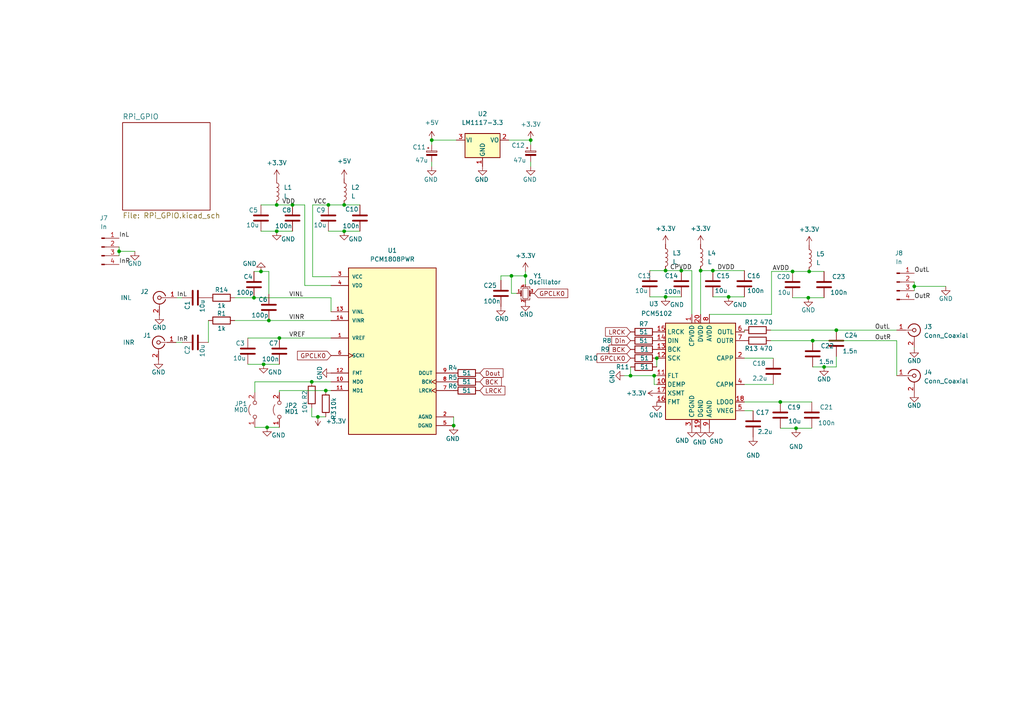
<source format=kicad_sch>
(kicad_sch (version 20211123) (generator eeschema)
  (paper "A4")
  (lib_symbols
    (symbol "Audio:PCM5102"
      (property "Reference" "U" (at -10.16 13.97 0))
      (property "Value" "PCM5102" (at 3.81 13.97 0))
      (symbol "PCM5102_0_1"
        (rectangle (start -10.16 12.7) (end 10.16 -15.24) (stroke (width 0.254)) (fill (type background)))
      )
      (symbol "PCM5102_1_1"
        (pin passive line (at -2.54 15.24 270) (length 2.54) (name "CPVDD") (number "1"))
        (pin input line (at -12.7 -5.08 0) (length 2.54) (name "DEMP") (number "10"))
        (pin input line (at -12.7 -2.54 0) (length 2.54) (name "FLT") (number "11"))
        (pin input line (at -12.7 2.54 0) (length 2.54) (name "SCK") (number "12"))
        (pin input line (at -12.7 5.08 0) (length 2.54) (name "BCK") (number "13"))
        (pin input line (at -12.7 7.62 0) (length 2.54) (name "DIN") (number "14"))
        (pin input line (at -12.7 10.16 0) (length 2.54) (name "LRCK") (number "15"))
        (pin input line (at -12.7 -10.16 0) (length 2.54) (name "FMT") (number "16"))
        (pin input line (at -12.7 -7.62 0) (length 2.54) (name "XSMT") (number "17"))
        (pin passive line (at 12.7 -10.16 180) (length 2.54) (name "LDOO") (number "18"))
        (pin power_in line (at 0 -17.78 90) (length 2.54) (name "DGND") (number "19"))
        (pin passive line (at 12.7 2.54 180) (length 2.54) (name "CAPP") (number "2"))
        (pin power_in line (at 0 15.24 270) (length 2.54) (name "DVDD") (number "20"))
        (pin power_in line (at -2.54 -17.78 90) (length 2.54) (name "CPGND") (number "3"))
        (pin passive line (at 12.7 -5.08 180) (length 2.54) (name "CAPM") (number "4"))
        (pin passive line (at 12.7 -12.7 180) (length 2.54) (name "VNEG") (number "5"))
        (pin output line (at 12.7 10.16 180) (length 2.54) (name "OUTL") (number "6"))
        (pin output line (at 12.7 7.62 180) (length 2.54) (name "OUTR") (number "7"))
        (pin power_in line (at 2.54 15.24 270) (length 2.54) (name "AVDD") (number "8"))
        (pin power_in line (at 2.54 -17.78 90) (length 2.54) (name "AGND") (number "9"))
      )
    )
    (symbol "Connector:Conn_01x04_Male" (pin_names (offset 1.016) hide)
      (property "Reference" "J" (at 0 5.08 0))
      (property "Value" "Conn_01x04_Male" (at 0 -7.62 0))
      (symbol "Conn_01x04_Male_1_1"
        (polyline (pts (xy 1.27 -5.08) (xy 0.8636 -5.08)) (stroke (width 0.1524)))
        (polyline (pts (xy 1.27 -2.54) (xy 0.8636 -2.54)) (stroke (width 0.1524)))
        (polyline (pts (xy 1.27 0) (xy 0.8636 0)) (stroke (width 0.1524)))
        (polyline (pts (xy 1.27 2.54) (xy 0.8636 2.54)) (stroke (width 0.1524)))
        (rectangle (start 0.8636 -4.953) (end 0 -5.207) (stroke (width 0.1524)) (fill (type outline)))
        (rectangle (start 0.8636 -2.413) (end 0 -2.667) (stroke (width 0.1524)) (fill (type outline)))
        (rectangle (start 0.8636 0.127) (end 0 -0.127) (stroke (width 0.1524)) (fill (type outline)))
        (rectangle (start 0.8636 2.667) (end 0 2.413) (stroke (width 0.1524)) (fill (type outline)))
        (pin passive line (at 5.08 2.54 180) (length 3.81) (name "Pin_1") (number "1"))
        (pin passive line (at 5.08 0 180) (length 3.81) (name "Pin_2") (number "2"))
        (pin passive line (at 5.08 -2.54 180) (length 3.81) (name "Pin_3") (number "3"))
        (pin passive line (at 5.08 -5.08 180) (length 3.81) (name "Pin_4") (number "4"))
      )
    )
    (symbol "Connector:Conn_Coaxial" (pin_names (offset 1.016) hide)
      (property "Reference" "J" (at 0.254 3.048 0))
      (property "Value" "Conn_Coaxial" (at 2.921 0 90))
      (symbol "Conn_Coaxial_0_1"
        (arc (start -1.778 -0.508) (mid 0.2311 -1.8066) (end 1.778 0) (stroke (width 0.254)))
        (polyline (pts (xy -2.54 0) (xy -0.508 0)))
        (polyline (pts (xy 0 -2.54) (xy 0 -1.778)))
        (circle (center 0 0) (radius 0.508) (stroke (width 0.2032)))
        (arc (start 1.778 0) (mid 0.2099 1.8101) (end -1.778 0.508) (stroke (width 0.254)))
      )
      (symbol "Conn_Coaxial_1_1"
        (pin passive line (at -5.08 0 0) (length 2.54) (name "In") (number "1"))
        (pin passive line (at 0 -5.08 90) (length 2.54) (name "Ext") (number "2"))
      )
    )
    (symbol "Device:C" (pin_numbers hide) (pin_names (offset 0.254))
      (property "Reference" "C" (at 0.635 2.54 0))
      (property "Value" "C" (at 0.635 -2.54 0))
      (symbol "C_0_1"
        (polyline (pts (xy -2.032 -0.762) (xy 2.032 -0.762)) (stroke (width 0.508)))
        (polyline (pts (xy -2.032 0.762) (xy 2.032 0.762)) (stroke (width 0.508)))
      )
      (symbol "C_1_1"
        (pin passive line (at 0 3.81 270) (length 2.794) (name "~") (number "1"))
        (pin passive line (at 0 -3.81 90) (length 2.794) (name "~") (number "2"))
      )
    )
    (symbol "Device:C_Polarized_Small" (pin_numbers hide) (pin_names (offset 0.254) hide)
      (property "Reference" "C" (at 0.254 1.778 0))
      (property "Value" "C_Polarized_Small" (at 0.254 -2.032 0))
      (symbol "C_Polarized_Small_0_1"
        (rectangle (start -1.524 -0.3048) (end 1.524 -0.6858) (fill (type outline)))
        (rectangle (start -1.524 0.6858) (end 1.524 0.3048))
        (polyline (pts (xy -1.27 1.524) (xy -0.762 1.524)))
        (polyline (pts (xy -1.016 1.27) (xy -1.016 1.778)))
      )
      (symbol "C_Polarized_Small_1_1"
        (pin passive line (at 0 2.54 270) (length 1.8542) (name "~") (number "1"))
        (pin passive line (at 0 -2.54 90) (length 1.8542) (name "~") (number "2"))
      )
    )
    (symbol "Device:Crystal_GND24_Small" (pin_names (offset 1.016) hide)
      (property "Reference" "Y" (at 1.27 4.445 0))
      (property "Value" "Crystal_GND24_Small" (at 1.27 2.54 0))
      (symbol "Crystal_GND24_Small_0_1"
        (rectangle (start -0.762 -1.524) (end 0.762 1.524))
        (polyline (pts (xy -1.27 -0.762) (xy -1.27 0.762)) (stroke (width 0.381)))
        (polyline (pts (xy 1.27 -0.762) (xy 1.27 0.762)) (stroke (width 0.381)))
        (polyline (pts (xy -1.27 -1.27) (xy -1.27 -1.905) (xy 1.27 -1.905) (xy 1.27 -1.27)))
        (polyline (pts (xy -1.27 1.27) (xy -1.27 1.905) (xy 1.27 1.905) (xy 1.27 1.27)))
      )
      (symbol "Crystal_GND24_Small_1_1"
        (pin passive line (at -2.54 0 0) (length 1.27) (name "1") (number "1"))
        (pin passive line (at 0 -2.54 90) (length 0.635) (name "2") (number "2"))
        (pin passive line (at 2.54 0 180) (length 1.27) (name "3") (number "3"))
        (pin passive line (at 0 2.54 270) (length 0.635) (name "4") (number "4"))
      )
    )
    (symbol "Device:L" (pin_numbers hide) (pin_names (offset 1.016) hide)
      (property "Reference" "L" (at -1.27 0 90))
      (property "Value" "L" (at 1.905 0 90))
      (symbol "L_0_1"
        (arc (start 0 -2.54) (mid 0.635 -1.905) (end 0 -1.27))
        (arc (start 0 -1.27) (mid 0.635 -0.635) (end 0 0))
        (arc (start 0 0) (mid 0.635 0.635) (end 0 1.27))
        (arc (start 0 1.27) (mid 0.635 1.905) (end 0 2.54))
      )
      (symbol "L_1_1"
        (pin passive line (at 0 3.81 270) (length 1.27) (name "1") (number "1"))
        (pin passive line (at 0 -3.81 90) (length 1.27) (name "2") (number "2"))
      )
    )
    (symbol "Device:R" (pin_numbers hide) (pin_names (offset 0))
      (property "Reference" "R" (at 2.032 0 90))
      (property "Value" "R" (at 0 0 90))
      (symbol "R_0_1"
        (rectangle (start -1.016 -2.54) (end 1.016 2.54) (stroke (width 0.254)))
      )
      (symbol "R_1_1"
        (pin passive line (at 0 3.81 270) (length 1.27) (name "~") (number "1"))
        (pin passive line (at 0 -3.81 90) (length 1.27) (name "~") (number "2"))
      )
    )
    (symbol "Jumper:Jumper_2_Open" (pin_names (offset 0) hide)
      (property "Reference" "JP" (at 0 2.794 0))
      (property "Value" "Jumper_2_Open" (at 0 -2.286 0))
      (symbol "Jumper_2_Open_0_0"
        (circle (center -2.032 0) (radius 0.508))
        (circle (center 2.032 0) (radius 0.508))
      )
      (symbol "Jumper_2_Open_0_1"
        (arc (start 1.524 1.27) (mid 0 1.778) (end -1.524 1.27))
      )
      (symbol "Jumper_2_Open_1_1"
        (pin passive line (at -5.08 0 0) (length 2.54) (name "A") (number "1"))
        (pin passive line (at 5.08 0 180) (length 2.54) (name "B") (number "2"))
      )
    )
    (symbol "PCM1808PWR:PCM1808PWR" (pin_names (offset 1.016))
      (property "Reference" "U" (at -12.7 24.13 0))
      (property "Value" "PCM1808PWR" (at -12.7 -27.94 0))
      (symbol "PCM1808PWR_0_0"
        (rectangle (start -12.7 -25.4) (end 12.7 22.86) (stroke (width 0.254)) (fill (type background)))
        (pin input line (at -17.78 2.54 0) (length 5.08) (name "VREF") (number "1"))
        (pin input line (at -17.78 -10.16 0) (length 5.08) (name "MD0") (number "10"))
        (pin input line (at -17.78 -12.7 0) (length 5.08) (name "MD1") (number "11"))
        (pin input line (at -17.78 -7.62 0) (length 5.08) (name "FMT") (number "12"))
        (pin input line (at -17.78 10.16 0) (length 5.08) (name "VINL") (number "13"))
        (pin input line (at -17.78 7.62 0) (length 5.08) (name "VINR") (number "14"))
        (pin power_in line (at 17.78 -20.32 180) (length 5.08) (name "AGND") (number "2"))
        (pin power_in line (at -17.78 20.32 0) (length 5.08) (name "VCC") (number "3"))
        (pin power_in line (at -17.78 17.78 0) (length 5.08) (name "VDD") (number "4"))
        (pin power_in line (at 17.78 -22.86 180) (length 5.08) (name "DGND") (number "5"))
        (pin input clock (at -17.78 -2.54 0) (length 5.08) (name "SCKI") (number "6"))
        (pin bidirectional clock (at 17.78 -12.7 180) (length 5.08) (name "LRCK") (number "7"))
        (pin bidirectional clock (at 17.78 -10.16 180) (length 5.08) (name "BCK") (number "8"))
        (pin output line (at 17.78 -7.62 180) (length 5.08) (name "DOUT") (number "9"))
      )
    )
    (symbol "Regulator_Linear:LM1117-3.3" (pin_names (offset 0.254))
      (property "Reference" "U" (at -3.81 3.175 0))
      (property "Value" "LM1117-3.3" (at 0 3.175 0))
      (symbol "LM1117-3.3_0_1"
        (rectangle (start -5.08 -5.08) (end 5.08 1.905) (stroke (width 0.254)) (fill (type background)))
      )
      (symbol "LM1117-3.3_1_1"
        (pin power_in line (at 0 -7.62 90) (length 2.54) (name "GND") (number "1"))
        (pin power_out line (at 7.62 0 180) (length 2.54) (name "VO") (number "2"))
        (pin power_in line (at -7.62 0 0) (length 2.54) (name "VI") (number "3"))
      )
    )
    (symbol "power:+3.3V" (power) (pin_names (offset 0))
      (property "Value" "+3.3V" (at 0 3.556 0))
      (symbol "+3.3V_0_1"
        (polyline (pts (xy -0.762 1.27) (xy 0 2.54)))
        (polyline (pts (xy 0 0) (xy 0 2.54)))
        (polyline (pts (xy 0 2.54) (xy 0.762 1.27)))
      )
      (symbol "+3.3V_1_1"
        (pin power_in line (at 0 0 90) (length 0) hide (name "+3.3V") (number "1"))
      )
    )
    (symbol "power:+5V" (power) (pin_names (offset 0))
      (property "Value" "+5V" (at 0 3.556 0))
      (symbol "+5V_0_1"
        (polyline (pts (xy -0.762 1.27) (xy 0 2.54)))
        (polyline (pts (xy 0 0) (xy 0 2.54)))
        (polyline (pts (xy 0 2.54) (xy 0.762 1.27)))
      )
      (symbol "+5V_1_1"
        (pin power_in line (at 0 0 90) (length 0) hide (name "+5V") (number "1"))
      )
    )
    (symbol "power:GND" (power) (pin_names (offset 0))
      (property "Value" "GND" (at 0 -3.81 0))
      (symbol "GND_0_1"
        (polyline (pts (xy 0 0) (xy 0 -1.27) (xy 1.27 -1.27) (xy 0 -2.54) (xy -1.27 -1.27) (xy 0 -1.27)))
      )
      (symbol "GND_1_1"
        (pin power_in line (at 0 0 270) (length 0) hide (name "GND") (number "1"))
      )
    )
  )
  (junction (at 153.924 40.64))
  (junction (at 230.886 124.206))
  (junction (at 211.328 86.106))
  (junction (at 125.222 40.64))
  (junction (at 193.04 86.106))
  (junction (at 90.424 110.744))
  (junction (at 190.5 103.886))
  (junction (at 152.4 80.01))
  (junction (at 94.488 113.284))
  (junction (at 92.202 120.904))
  (junction (at 189.738 108.966))
  (junction (at 235.712 98.806))
  (junction (at 73.66 86.36))
  (junction (at 77.47 123.952))
  (junction (at 84.836 59.436))
  (junction (at 80.264 67.056))
  (junction (at 34.544 72.898))
  (junction (at 229.87 78.74))
  (junction (at 206.756 78.486))
  (junction (at 197.612 78.486))
  (junction (at 76.454 105.664))
  (junction (at 81.026 98.044))
  (junction (at 99.822 59.436))
  (junction (at 131.572 123.444))
  (junction (at 193.04 78.486))
  (junction (at 265.176 83.058))
  (junction (at 148.336 80.01))
  (junction (at 80.264 59.436))
  (junction (at 99.822 67.056))
  (junction (at 242.57 95.758))
  (junction (at 239.014 106.426))
  (junction (at 234.696 78.74))
  (junction (at 234.442 86.36))
  (junction (at 182.88 108.966))
  (junction (at 95.25 59.436))
  (junction (at 75.692 78.74))
  (junction (at 77.978 92.964))
  (junction (at 226.314 116.586))
  (junction (at 203.2 78.486))
  (wire (pts (xy 96.012 80.264) (xy 90.678 80.264)))
  (wire (pts (xy 77.978 78.74) (xy 77.978 85.344)))
  (wire (pts (xy 148.336 80.01) (xy 152.4 80.01)))
  (wire (pts (xy 193.04 78.486) (xy 197.612 78.486)))
  (wire (pts (xy 215.9 116.586) (xy 226.314 116.586)))
  (wire (pts (xy 147.574 40.64) (xy 153.924 40.64)))
  (wire (pts (xy 182.88 106.426) (xy 182.88 108.966)))
  (wire (pts (xy 99.822 67.056) (xy 104.394 67.056)))
  (wire (pts (xy 90.424 120.904) (xy 92.202 120.904)))
  (wire (pts (xy 234.442 86.36) (xy 239.014 86.36)))
  (wire (pts (xy 265.176 83.058) (xy 265.176 84.328)))
  (wire (pts (xy 34.544 72.898) (xy 39.116 72.898)))
  (wire (pts (xy 73.914 123.952) (xy 77.47 123.952)))
  (wire (pts (xy 76.454 105.664) (xy 81.026 105.664)))
  (wire (pts (xy 90.424 110.744) (xy 73.914 110.744)))
  (wire (pts (xy 190.5 111.506) (xy 189.738 111.506)))
  (wire (pts (xy 95.25 59.436) (xy 99.822 59.436)))
  (wire (pts (xy 200.66 78.486) (xy 197.612 78.486)))
  (wire (pts (xy 260.096 98.806) (xy 235.712 98.806)))
  (wire (pts (xy 90.678 80.264) (xy 90.678 59.436)))
  (wire (pts (xy 206.756 78.486) (xy 215.9 78.486)))
  (wire (pts (xy 95.25 67.056) (xy 99.822 67.056)))
  (wire (pts (xy 96.012 110.744) (xy 90.424 110.744)))
  (wire (pts (xy 90.424 118.364) (xy 90.424 120.904)))
  (wire (pts (xy 203.2 78.486) (xy 206.756 78.486)))
  (wire (pts (xy 51.308 86.36) (xy 52.832 86.36)))
  (wire (pts (xy 131.572 120.904) (xy 131.572 123.444)))
  (wire (pts (xy 265.176 83.058) (xy 274.32 83.058)))
  (wire (pts (xy 73.914 110.744) (xy 73.914 113.792)))
  (wire (pts (xy 71.882 98.044) (xy 81.026 98.044)))
  (wire (pts (xy 125.222 40.64) (xy 125.222 41.91)))
  (wire (pts (xy 68.072 86.36) (xy 73.66 86.36)))
  (wire (pts (xy 152.4 78.74) (xy 152.4 80.01)))
  (wire (pts (xy 75.692 78.74) (xy 77.978 78.74)))
  (wire (pts (xy 223.52 95.758) (xy 242.57 95.758)))
  (wire (pts (xy 81.026 113.284) (xy 81.026 113.792)))
  (wire (pts (xy 73.66 86.36) (xy 96.012 86.36)))
  (wire (pts (xy 77.47 123.952) (xy 81.026 123.952)))
  (wire (pts (xy 77.978 92.964) (xy 96.012 92.964)))
  (wire (pts (xy 234.696 78.74) (xy 239.014 78.74)))
  (wire (pts (xy 265.176 81.788) (xy 265.176 83.058)))
  (wire (pts (xy 145.288 80.01) (xy 148.336 80.01)))
  (wire (pts (xy 226.314 124.206) (xy 230.886 124.206)))
  (wire (pts (xy 181.102 108.966) (xy 182.88 108.966)))
  (wire (pts (xy 99.822 59.436) (xy 104.394 59.436)))
  (wire (pts (xy 189.738 111.506) (xy 189.738 108.966)))
  (wire (pts (xy 203.2 78.486) (xy 203.2 91.186)))
  (wire (pts (xy 188.468 78.486) (xy 193.04 78.486)))
  (wire (pts (xy 148.336 85.09) (xy 148.336 80.01)))
  (wire (pts (xy 34.544 72.898) (xy 34.544 74.168)))
  (wire (pts (xy 235.712 106.426) (xy 239.014 106.426)))
  (wire (pts (xy 223.774 91.186) (xy 223.774 78.74)))
  (wire (pts (xy 96.012 86.36) (xy 96.012 90.424)))
  (wire (pts (xy 182.88 108.966) (xy 189.738 108.966)))
  (wire (pts (xy 242.57 95.758) (xy 260.096 95.758)))
  (wire (pts (xy 96.012 113.284) (xy 94.488 113.284)))
  (wire (pts (xy 205.74 91.186) (xy 223.774 91.186)))
  (wire (pts (xy 80.264 59.436) (xy 84.836 59.436)))
  (wire (pts (xy 211.328 86.106) (xy 215.9 86.106)))
  (wire (pts (xy 223.774 78.74) (xy 229.87 78.74)))
  (wire (pts (xy 206.756 86.106) (xy 211.328 86.106)))
  (wire (pts (xy 92.202 120.904) (xy 94.488 120.904)))
  (wire (pts (xy 190.5 103.886) (xy 190.5 106.426)))
  (wire (pts (xy 189.738 108.966) (xy 190.5 108.966)))
  (wire (pts (xy 149.86 85.09) (xy 148.336 85.09)))
  (wire (pts (xy 223.52 98.806) (xy 235.712 98.806)))
  (wire (pts (xy 88.392 82.804) (xy 88.392 59.436)))
  (wire (pts (xy 153.924 41.91) (xy 153.924 40.64)))
  (wire (pts (xy 188.468 86.106) (xy 193.04 86.106)))
  (wire (pts (xy 215.9 103.886) (xy 224.282 103.886)))
  (wire (pts (xy 153.924 46.99) (xy 153.924 48.26)))
  (wire (pts (xy 60.452 92.964) (xy 60.452 99.314)))
  (wire (pts (xy 80.264 67.056) (xy 84.836 67.056)))
  (wire (pts (xy 200.66 91.186) (xy 200.66 78.486)))
  (wire (pts (xy 193.04 86.106) (xy 197.612 86.106)))
  (wire (pts (xy 265.176 100.838) (xy 265.176 101.092)))
  (wire (pts (xy 94.488 113.284) (xy 81.026 113.284)))
  (wire (pts (xy 229.87 86.36) (xy 234.442 86.36)))
  (wire (pts (xy 145.288 81.28) (xy 145.288 80.01)))
  (wire (pts (xy 84.836 59.436) (xy 88.392 59.436)))
  (wire (pts (xy 230.886 124.206) (xy 235.458 124.206)))
  (wire (pts (xy 71.882 105.664) (xy 76.454 105.664)))
  (wire (pts (xy 260.096 108.966) (xy 260.096 98.806)))
  (wire (pts (xy 226.314 116.586) (xy 235.458 116.586)))
  (wire (pts (xy 215.9 95.758) (xy 215.9 96.266)))
  (wire (pts (xy 125.222 46.99) (xy 125.222 48.26)))
  (wire (pts (xy 96.012 82.804) (xy 88.392 82.804)))
  (wire (pts (xy 68.072 92.964) (xy 77.978 92.964)))
  (wire (pts (xy 229.87 78.74) (xy 234.696 78.74)))
  (wire (pts (xy 90.678 59.436) (xy 95.25 59.436)))
  (wire (pts (xy 152.4 80.01) (xy 152.4 82.55)))
  (wire (pts (xy 239.014 106.426) (xy 242.57 106.426)))
  (wire (pts (xy 73.66 78.74) (xy 75.692 78.74)))
  (wire (pts (xy 242.57 106.426) (xy 242.57 103.378)))
  (wire (pts (xy 75.692 67.056) (xy 80.264 67.056)))
  (wire (pts (xy 75.692 59.436) (xy 80.264 59.436)))
  (wire (pts (xy 81.026 98.044) (xy 96.012 98.044)))
  (wire (pts (xy 51.054 99.314) (xy 52.832 99.314)))
  (wire (pts (xy 215.9 111.506) (xy 224.282 111.506)))
  (wire (pts (xy 34.544 71.628) (xy 34.544 72.898)))
  (wire (pts (xy 125.222 40.64) (xy 132.334 40.64)))
  (wire (pts (xy 215.9 119.126) (xy 218.44 119.126)))
  (label "VCC" (at 90.932 59.436 0))
  (label "VREF" (at 83.82 98.044 0))
  (label "OutR" (at 253.746 98.806 0))
  (label "InR" (at 51.308 99.314 0))
  (label "InR" (at 34.544 76.708 0))
  (label "CPVDD" (at 194.31 78.486 0))
  (label "InL" (at 34.544 69.088 0))
  (label "OutL" (at 265.176 79.248 0))
  (label "VINL" (at 83.82 86.36 0))
  (label "DVDD" (at 208.026 78.486 0))
  (label "VINR" (at 83.82 92.964 0))
  (label "InL" (at 51.308 86.36 0))
  (label "OutR" (at 265.176 86.868 0))
  (label "VDD" (at 81.788 59.436 0))
  (label "OutL" (at 253.746 95.758 0))
  (label "AVDD" (at 224.028 78.74 0))
  (global_label "BCK" (shape input) (at 182.88 101.346 180) (property "Intersheet References" "${INTERSHEET_REFS}" (effects hide)))
  (global_label "Dout" (shape input) (at 139.192 108.204 0) (property "Intersheet References" "${INTERSHEET_REFS}" (effects hide)))
  (global_label "GPCLK0" (shape input) (at 154.94 85.09 0) (property "Intersheet References" "${INTERSHEET_REFS}" (effects hide)))
  (global_label "GPCLK0" (shape input) (at 182.88 103.886 180) (property "Intersheet References" "${INTERSHEET_REFS}" (effects hide)))
  (global_label "Din" (shape input) (at 182.88 98.806 180) (property "Intersheet References" "${INTERSHEET_REFS}" (effects hide)))
  (global_label "LRCK" (shape input) (at 182.88 96.266 180) (property "Intersheet References" "${INTERSHEET_REFS}" (effects hide)))
  (global_label "GPCLK0" (shape input) (at 96.012 103.124 180) (property "Intersheet References" "${INTERSHEET_REFS}" (effects hide)))
  (global_label "LRCK" (shape input) (at 139.192 113.284 0) (property "Intersheet References" "${INTERSHEET_REFS}" (effects hide)))
  (global_label "BCK" (shape input) (at 139.192 110.744 0) (property "Intersheet References" "${INTERSHEET_REFS}" (effects hide)))
  (symbol (lib_id "Device:C") (at 188.468 82.296 0) (unit 1)
    (property "Reference" "C13" (at 184.912 80.01 0) (effects (justify left)))
    (property "Value" "10u" (at 184.15 84.328 0) (effects (justify left)))
    (property "Footprint" "Capacitor_SMD:C_0805_2012Metric" (effects hide))
  )
  (symbol (lib_id "Device:Crystal_GND24_Small") (at 152.4 85.09 0) (unit 1)
    (property "Reference" "Y1" (at 155.956 80.01 0))
    (property "Value" "Oscillator" (at 157.988 81.788 0))
    (property "Footprint" "Crystal:Crystal_SMD_3225-4Pin_3.2x2.5mm" (effects hide))
  )
  (symbol (lib_id "Device:C") (at 73.66 82.55 0) (unit 1)
    (property "Reference" "C4" (at 70.612 80.264 0) (effects (justify left)))
    (property "Value" "100p" (at 68.58 84.836 0) (effects (justify left)))
    (property "Footprint" "Capacitor_SMD:C_0805_2012Metric" (effects hide))
  )
  (symbol (lib_id "Device:C") (at 104.394 63.246 0) (unit 1)
    (property "Reference" "C10" (at 100.076 60.706 0) (effects (justify left)))
    (property "Value" "100n" (at 99.314 65.532 0) (effects (justify left)))
    (property "Footprint" "Capacitor_SMD:C_0805_2012Metric" (effects hide))
  )
  (symbol (lib_id "Device:R") (at 219.71 98.806 90) (unit 1)
    (property "Reference" "R13" (at 217.932 101.092 90))
    (property "Value" "470" (at 222.25 101.092 90))
    (property "Footprint" "Resistor_SMD:R_0805_2012Metric" (effects hide))
  )
  (symbol (lib_id "Device:L") (at 234.696 74.93 0) (unit 1)
    (property "Reference" "L5" (at 236.728 73.6599 0) (effects (justify left)))
    (property "Value" "L" (at 236.728 76.1999 0) (effects (justify left)))
    (property "Footprint" "Resistor_SMD:R_0603_1608Metric" (effects hide))
  )
  (symbol (lib_id "Device:C") (at 75.692 63.246 0) (unit 1)
    (property "Reference" "C5" (at 72.136 60.96 0) (effects (justify left)))
    (property "Value" "10u" (at 71.374 65.278 0) (effects (justify left)))
    (property "Footprint" "Capacitor_SMD:C_0805_2012Metric" (effects hide))
  )
  (symbol (lib_id "Connector:Conn_Coaxial") (at 45.974 99.314 0) (mirror y) (unit 1)
    (property "Reference" "J1" (at 42.672 97.282 0))
    (property "Value" "INR" (at 37.338 99.314 0))
    (property "Footprint" "Connector_Coaxial:SMA_Amphenol_132134_Vertical" (effects hide))
    (property "Datasheet" " ~" (effects hide))
  )
  (symbol (lib_id "power:GND") (at 203.2 124.206 0) (unit 1)
    (property "Reference" "#PWR027" (effects hide))
    (property "Value" "GND" (at 202.946 128.27 0))
  )
  (symbol (lib_id "power:GND") (at 211.328 86.106 0) (unit 1)
    (property "Reference" "#PWR029" (effects hide))
    (property "Value" "GND" (at 214.63 88.392 0))
  )
  (symbol (lib_id "power:GND") (at 205.74 124.206 0) (unit 1)
    (property "Reference" "#PWR028" (effects hide))
    (property "Value" "GND" (at 207.772 128.016 0))
  )
  (symbol (lib_id "PCM1808PWR:PCM1808PWR") (at 113.792 100.584 0) (unit 1)
    (property "Reference" "U1" (at 113.792 72.644 0))
    (property "Value" "PCM1808PWR" (at 113.792 75.184 0))
    (property "Footprint" "Library:SOP65P640X120-14N" (effects hide))
    (property "PARTREV" "B" (effects hide))
    (property "MANUFACTURER" "Texas Instruments" (effects hide))
    (property "MAXIMUM_PACKAGE_HEIGHT" "1.2 mm" (effects hide))
    (property "STANDARD" "IPC 7351B" (effects hide))
  )
  (symbol (lib_id "Device:L") (at 80.264 55.626 0) (unit 1)
    (property "Reference" "L1" (at 82.296 54.3559 0) (effects (justify left)))
    (property "Value" "L" (at 82.296 56.8959 0) (effects (justify left)))
    (property "Footprint" "Resistor_SMD:R_0603_1608Metric" (effects hide))
  )
  (symbol (lib_id "power:GND") (at 218.44 126.746 0) (unit 1)
    (property "Reference" "#PWR030" (effects hide))
    (property "Value" "GND" (at 218.44 132.08 0))
  )
  (symbol (lib_id "Device:C") (at 229.87 82.55 0) (unit 1)
    (property "Reference" "C20" (at 225.298 80.264 0) (effects (justify left)))
    (property "Value" "10u" (at 225.552 84.836 0) (effects (justify left)))
    (property "Footprint" "Capacitor_SMD:C_0805_2012Metric" (effects hide))
  )
  (symbol (lib_id "power:GND") (at 193.04 86.106 0) (unit 1)
    (property "Reference" "#PWR024" (effects hide))
    (property "Value" "GND" (at 196.342 88.392 0))
  )
  (symbol (lib_id "power:GND") (at 234.442 86.36 0) (unit 1)
    (property "Reference" "#PWR032" (effects hide))
    (property "Value" "GND" (at 234.442 89.916 0))
  )
  (symbol (lib_id "power:GND") (at 139.954 48.26 0) (unit 1)
    (property "Reference" "#PWR015" (effects hide))
    (property "Value" "GND" (at 139.7 52.07 0))
  )
  (symbol (lib_id "Device:L") (at 203.2 74.676 0) (unit 1)
    (property "Reference" "L4" (at 205.232 73.4059 0) (effects (justify left)))
    (property "Value" "L" (at 205.232 75.9459 0) (effects (justify left)))
    (property "Footprint" "Resistor_SMD:R_0603_1608Metric" (effects hide))
  )
  (symbol (lib_id "Audio:PCM5102") (at 203.2 106.426 0) (unit 1)
    (property "Reference" "U3" (at 188.214 88.138 0) (effects (justify left)))
    (property "Value" "PCM5102" (at 185.928 90.932 0) (effects (justify left)))
    (property "Footprint" "Package_SO:TSSOP-20_4.4x6.5mm_P0.65mm" (effects hide))
    (property "Datasheet" "http://www.ti.com/lit/ds/symlink/pcm5102.pdf" (effects hide))
  )
  (symbol (lib_id "power:GND") (at 76.454 105.664 0) (unit 1)
    (property "Reference" "#PWR04" (effects hide))
    (property "Value" "GND" (at 79.756 107.95 0))
  )
  (symbol (lib_id "power:GND") (at 131.572 123.444 0) (unit 1)
    (property "Reference" "#PWR014" (effects hide))
    (property "Value" "GND" (at 131.318 127.254 0))
  )
  (symbol (lib_id "Device:C") (at 71.882 101.854 0) (unit 1)
    (property "Reference" "C3" (at 68.326 99.568 0) (effects (justify left)))
    (property "Value" "10u" (at 67.564 103.886 0) (effects (justify left)))
    (property "Footprint" "Capacitor_SMD:C_0805_2012Metric" (effects hide))
  )
  (symbol (lib_id "power:GND") (at 200.66 124.206 0) (unit 1)
    (property "Reference" "#PWR025" (effects hide))
    (property "Value" "GND" (at 197.866 127.762 0))
  )
  (symbol (lib_id "power:+5V") (at 125.222 40.64 0) (unit 1)
    (property "Reference" "#PWR012" (effects hide))
    (property "Value" "+5V" (at 125.222 35.56 0))
  )
  (symbol (lib_id "power:GND") (at 96.012 108.204 270) (unit 1)
    (property "Reference" "#PWR09" (effects hide))
    (property "Value" "GND" (at 92.71 108.204 0))
  )
  (symbol (lib_id "power:GND") (at 239.014 106.426 0) (unit 1)
    (property "Reference" "#PWR034" (effects hide))
    (property "Value" "GND" (at 239.014 109.982 0))
  )
  (symbol (lib_id "Device:R") (at 135.382 108.204 90) (unit 1)
    (property "Reference" "R4" (at 131.318 106.68 90))
    (property "Value" "51" (at 135.382 108.204 90))
    (property "Footprint" "Resistor_SMD:R_0805_2012Metric" (effects hide))
  )
  (symbol (lib_id "Connector:Conn_01x04_Male") (at 29.464 71.628 0) (unit 1)
    (property "Reference" "J7" (at 30.099 63.246 0))
    (property "Value" "In" (at 30.099 65.786 0))
    (property "Footprint" "Connector_PinHeader_2.54mm:PinHeader_1x04_P2.54mm_Vertical" (effects hide))
  )
  (symbol (lib_id "Device:R") (at 186.69 103.886 90) (unit 1)
    (property "Reference" "R10" (at 171.45 103.886 90))
    (property "Value" "51" (at 186.944 103.886 90))
    (property "Footprint" "Resistor_SMD:R_0805_2012Metric" (effects hide))
  )
  (symbol (lib_id "power:+3.3V") (at 193.04 70.866 0) (unit 1)
    (property "Reference" "#PWR023" (effects hide))
    (property "Value" "+3.3V" (at 193.04 66.294 0))
  )
  (symbol (lib_id "power:GND") (at 39.116 72.898 0) (unit 1)
    (property "Reference" "#PWR010" (effects hide))
    (property "Value" "GND" (at 39.116 76.454 0))
  )
  (symbol (lib_id "Device:C") (at 239.014 82.55 0) (unit 1)
    (property "Reference" "C23" (at 241.3 80.264 0) (effects (justify left)))
    (property "Value" "100n" (at 240.792 84.836 0) (effects (justify left)))
    (property "Footprint" "Capacitor_SMD:C_0805_2012Metric" (effects hide))
  )
  (symbol (lib_id "power:+3.3V") (at 152.4 78.74 0) (unit 1)
    (property "Reference" "#PWR016" (effects hide))
    (property "Value" "+3.3V" (at 152.4 74.168 0))
  )
  (symbol (lib_id "Device:R") (at 135.382 113.284 90) (unit 1)
    (property "Reference" "R6" (at 131.318 112.014 90))
    (property "Value" "51" (at 135.382 113.284 90))
    (property "Footprint" "Resistor_SMD:R_0805_2012Metric" (effects hide))
  )
  (symbol (lib_id "power:GND") (at 145.288 88.9 0) (unit 1)
    (property "Reference" "#PWR047" (effects hide))
    (property "Value" "GND" (at 143.51 92.456 0) (effects (justify left)))
  )
  (symbol (lib_id "Device:R") (at 64.262 92.964 90) (unit 1)
    (property "Reference" "R1" (at 64.262 90.932 90))
    (property "Value" "1k" (at 64.262 95.25 90))
    (property "Footprint" "Resistor_SMD:R_0805_2012Metric" (effects hide))
  )
  (symbol (lib_id "Device:C") (at 95.25 63.246 0) (unit 1)
    (property "Reference" "C9" (at 91.694 60.96 0) (effects (justify left)))
    (property "Value" "10u" (at 90.932 65.278 0) (effects (justify left)))
    (property "Footprint" "Capacitor_SMD:C_0805_2012Metric" (effects hide))
  )
  (symbol (lib_id "power:GND") (at 181.102 108.966 270) (unit 1)
    (property "Reference" "#PWR020" (effects hide))
    (property "Value" "GND" (at 177.546 107.188 0) (effects (justify left)))
  )
  (symbol (lib_id "power:GND") (at 152.4 87.63 0) (unit 1)
    (property "Reference" "#PWR017" (effects hide))
    (property "Value" "GND" (at 150.622 91.186 0) (effects (justify left)))
  )
  (symbol (lib_id "power:GND") (at 46.228 91.44 0) (unit 1)
    (property "Reference" "#PWR02" (effects hide))
    (property "Value" "GND" (at 46.228 94.996 0))
  )
  (symbol (lib_id "Device:C") (at 218.44 122.936 0) (unit 1)
    (property "Reference" "C17" (at 219.202 119.634 0) (effects (justify left)))
    (property "Value" "2.2u" (at 219.71 125.222 0) (effects (justify left)))
    (property "Footprint" "Capacitor_SMD:C_0805_2012Metric" (effects hide))
  )
  (symbol (lib_id "Device:C") (at 84.836 63.246 0) (unit 1)
    (property "Reference" "C8" (at 81.788 60.96 0) (effects (justify left)))
    (property "Value" "100n" (at 79.756 65.532 0) (effects (justify left)))
    (property "Footprint" "Capacitor_SMD:C_0805_2012Metric" (effects hide))
  )
  (symbol (lib_id "Device:R") (at 186.69 96.266 90) (unit 1)
    (property "Reference" "R7" (at 186.69 93.98 90))
    (property "Value" "51" (at 186.69 96.266 90))
    (property "Footprint" "Resistor_SMD:R_0805_2012Metric" (effects hide))
  )
  (symbol (lib_id "power:GND") (at 80.264 67.056 0) (unit 1)
    (property "Reference" "#PWR07" (effects hide))
    (property "Value" "GND" (at 83.566 69.342 0))
  )
  (symbol (lib_id "Device:C_Polarized_Small") (at 125.222 44.45 0) (unit 1)
    (property "Reference" "C11" (at 119.634 42.672 0) (effects (justify left)))
    (property "Value" "47u" (at 120.396 46.482 0) (effects (justify left)))
    (property "Footprint" "Capacitor_THT:C_Radial_D5.0mm_H7.0mm_P2.00mm" (effects hide))
  )
  (symbol (lib_id "power:GND") (at 153.924 48.26 0) (unit 1)
    (property "Reference" "#PWR019" (effects hide))
    (property "Value" "GND" (at 153.67 52.07 0))
  )
  (symbol (lib_id "Jumper:Jumper_2_Open") (at 81.026 118.872 90) (unit 1)
    (property "Reference" "JP2" (at 82.55 117.6019 90) (effects (justify right)))
    (property "Value" "MD1" (at 82.55 119.38 90) (effects (justify right)))
    (property "Footprint" "Jumper:SolderJumper-2_P1.3mm_Open_Pad1.0x1.5mm" (effects hide))
  )
  (symbol (lib_id "Device:C") (at 81.026 101.854 0) (unit 1)
    (property "Reference" "C7" (at 77.978 99.568 0) (effects (justify left)))
    (property "Value" "100n" (at 75.946 104.14 0) (effects (justify left)))
    (property "Footprint" "Capacitor_SMD:C_0805_2012Metric" (effects hide))
  )
  (symbol (lib_id "Device:R") (at 219.71 95.758 90) (unit 1)
    (property "Reference" "R12" (at 217.932 93.472 90))
    (property "Value" "470" (at 222.25 93.472 90))
    (property "Footprint" "Resistor_SMD:R_0805_2012Metric" (effects hide))
  )
  (symbol (lib_id "Device:C") (at 77.978 89.154 0) (unit 1)
    (property "Reference" "C6" (at 74.93 86.868 0) (effects (justify left)))
    (property "Value" "100p" (at 72.898 91.44 0) (effects (justify left)))
    (property "Footprint" "Capacitor_SMD:C_0805_2012Metric" (effects hide))
  )
  (symbol (lib_id "power:GND") (at 77.47 123.952 0) (unit 1)
    (property "Reference" "#PWR05" (effects hide))
    (property "Value" "GND" (at 80.772 126.238 0))
  )
  (symbol (lib_id "power:GND") (at 265.176 101.092 0) (unit 1)
    (property "Reference" "#PWR035" (effects hide))
    (property "Value" "GND" (at 265.176 104.648 0))
  )
  (symbol (lib_id "Device:C") (at 145.288 85.09 0) (unit 1)
    (property "Reference" "C25" (at 140.208 82.804 0) (effects (justify left)))
    (property "Value" "100n" (at 140.208 87.376 0) (effects (justify left)))
    (property "Footprint" "Capacitor_SMD:C_0805_2012Metric" (effects hide))
  )
  (symbol (lib_id "Device:R") (at 186.69 106.426 90) (unit 1)
    (property "Reference" "R11" (at 180.594 106.426 90))
    (property "Value" "51" (at 186.944 106.426 90))
    (property "Footprint" "Resistor_SMD:R_0805_2012Metric" (effects hide))
  )
  (symbol (lib_id "power:GND") (at 274.32 83.058 0) (unit 1)
    (property "Reference" "#PWR046" (effects hide))
    (property "Value" "GND" (at 274.32 86.614 0))
  )
  (symbol (lib_id "Device:C") (at 226.314 120.396 0) (unit 1)
    (property "Reference" "C19" (at 228.346 118.11 0) (effects (justify left)))
    (property "Value" "10u" (at 228.6 122.174 0) (effects (justify left)))
    (property "Footprint" "Capacitor_SMD:C_0805_2012Metric" (effects hide))
  )
  (symbol (lib_id "Regulator_Linear:LM1117-3.3") (at 139.954 40.64 0) (unit 1)
    (property "Reference" "U2" (at 139.954 33.02 0))
    (property "Value" "LM1117-3.3" (at 139.954 35.56 0))
    (property "Footprint" "Package_TO_SOT_SMD:SOT-223-3_TabPin2" (effects hide))
    (property "Datasheet" "http://www.ti.com/lit/ds/symlink/lm1117.pdf" (effects hide))
  )
  (symbol (lib_id "Device:R") (at 186.69 101.346 90) (unit 1)
    (property "Reference" "R9" (at 175.514 101.346 90))
    (property "Value" "51" (at 186.944 101.346 90))
    (property "Footprint" "Resistor_SMD:R_0805_2012Metric" (effects hide))
  )
  (symbol (lib_id "Connector:Conn_Coaxial") (at 265.176 95.758 0) (unit 1)
    (property "Reference" "J3" (at 267.97 94.7811 0) (effects (justify left)))
    (property "Value" "Conn_Coaxial" (at 267.97 97.3211 0) (effects (justify left)))
    (property "Footprint" "Connector_Coaxial:SMA_Amphenol_132134_Vertical" (effects hide))
    (property "Datasheet" " ~" (effects hide))
  )
  (symbol (lib_id "Device:C_Polarized_Small") (at 153.924 44.45 0) (unit 1)
    (property "Reference" "C12" (at 148.336 42.164 0) (effects (justify left)))
    (property "Value" "47u" (at 148.844 46.482 0) (effects (justify left)))
    (property "Footprint" "Capacitor_THT:C_Radial_D5.0mm_H7.0mm_P2.00mm" (effects hide))
  )
  (symbol (lib_id "Device:R") (at 94.488 117.094 180) (unit 1)
    (property "Reference" "R3" (at 96.774 120.396 90))
    (property "Value" "10k" (at 96.774 117.094 90))
    (property "Footprint" "Resistor_SMD:R_0805_2012Metric" (effects hide))
  )
  (symbol (lib_id "Device:C") (at 56.642 86.36 90) (unit 1)
    (property "Reference" "C1" (at 54.356 89.916 0) (effects (justify left)))
    (property "Value" "10u" (at 58.674 90.678 0) (effects (justify left)))
    (property "Footprint" "Capacitor_SMD:C_0805_2012Metric" (effects hide))
  )
  (symbol (lib_id "Device:C") (at 224.282 107.696 0) (unit 1)
    (property "Reference" "C18" (at 218.186 105.41 0) (effects (justify left)))
    (property "Value" "2.2u" (at 218.186 109.728 0) (effects (justify left)))
    (property "Footprint" "Capacitor_SMD:C_0805_2012Metric" (effects hide))
  )
  (symbol (lib_id "power:GND") (at 75.692 78.74 180) (unit 1)
    (property "Reference" "#PWR03" (effects hide))
    (property "Value" "GND" (at 72.39 76.454 0))
  )
  (symbol (lib_id "Device:C") (at 215.9 82.296 0) (unit 1)
    (property "Reference" "C16" (at 216.662 80.01 0) (effects (justify left)))
    (property "Value" "100n" (at 216.662 84.328 0) (effects (justify left)))
    (property "Footprint" "Capacitor_SMD:C_0805_2012Metric" (effects hide))
  )
  (symbol (lib_id "Connector:Conn_Coaxial") (at 265.176 108.966 0) (unit 1)
    (property "Reference" "J4" (at 267.97 107.9891 0) (effects (justify left)))
    (property "Value" "Conn_Coaxial" (at 267.97 110.5291 0) (effects (justify left)))
    (property "Footprint" "Connector_Coaxial:SMA_Amphenol_132134_Vertical" (effects hide))
    (property "Datasheet" " ~" (effects hide))
  )
  (symbol (lib_id "power:+3.3V") (at 203.2 70.866 0) (unit 1)
    (property "Reference" "#PWR026" (effects hide))
    (property "Value" "+3.3V" (at 203.2 66.294 0))
  )
  (symbol (lib_id "power:GND") (at 230.886 124.206 0) (unit 1)
    (property "Reference" "#PWR031" (effects hide))
    (property "Value" "GND" (at 230.886 129.54 0))
  )
  (symbol (lib_id "power:GND") (at 125.222 48.26 0) (unit 1)
    (property "Reference" "#PWR013" (effects hide))
    (property "Value" "GND" (at 124.968 52.07 0))
  )
  (symbol (lib_id "Device:C") (at 206.756 82.296 0) (unit 1)
    (property "Reference" "C15" (at 207.772 80.01 0) (effects (justify left)))
    (property "Value" "10u" (at 207.264 84.328 0) (effects (justify left)))
    (property "Footprint" "Capacitor_SMD:C_0805_2012Metric" (effects hide))
  )
  (symbol (lib_id "power:+3.3V") (at 234.696 71.12 0) (unit 1)
    (property "Reference" "#PWR033" (effects hide))
    (property "Value" "+3.3V" (at 234.696 66.548 0))
  )
  (symbol (lib_id "power:+5V") (at 99.822 51.816 0) (unit 1)
    (property "Reference" "#PWR0101" (effects hide))
    (property "Value" "+5V" (at 99.822 46.736 0))
  )
  (symbol (lib_id "Device:L") (at 99.822 55.626 0) (unit 1)
    (property "Reference" "L2" (at 101.854 54.3559 0) (effects (justify left)))
    (property "Value" "L" (at 101.854 56.8959 0) (effects (justify left)))
    (property "Footprint" "Resistor_SMD:R_0603_1608Metric" (effects hide))
  )
  (symbol (lib_id "Device:C") (at 56.642 99.314 90) (unit 1)
    (property "Reference" "C2" (at 54.356 102.87 0) (effects (justify left)))
    (property "Value" "10u" (at 58.674 103.632 0) (effects (justify left)))
    (property "Footprint" "Capacitor_SMD:C_0805_2012Metric" (effects hide))
  )
  (symbol (lib_id "Device:C") (at 242.57 99.568 0) (unit 1)
    (property "Reference" "C24" (at 244.856 97.282 0) (effects (justify left)))
    (property "Value" "1.5n" (at 244.348 101.854 0) (effects (justify left)))
    (property "Footprint" "Capacitor_SMD:C_0805_2012Metric" (effects hide))
  )
  (symbol (lib_id "power:+3.3V") (at 92.202 120.904 180) (unit 1)
    (property "Reference" "#PWR08" (effects hide))
    (property "Value" "+3.3V" (at 94.488 122.1739 0) (effects (justify right)))
  )
  (symbol (lib_id "Device:R") (at 90.424 114.554 180) (unit 1)
    (property "Reference" "R2" (at 88.392 114.554 90))
    (property "Value" "10k" (at 88.392 118.11 90))
    (property "Footprint" "Resistor_SMD:R_0805_2012Metric" (effects hide))
  )
  (symbol (lib_id "Device:C") (at 235.458 120.396 0) (unit 1)
    (property "Reference" "C21" (at 237.744 118.11 0) (effects (justify left)))
    (property "Value" "100n" (at 237.236 122.682 0) (effects (justify left)))
    (property "Footprint" "Capacitor_SMD:C_0805_2012Metric" (effects hide))
  )
  (symbol (lib_id "Device:L") (at 193.04 74.676 0) (unit 1)
    (property "Reference" "L3" (at 195.072 73.4059 0) (effects (justify left)))
    (property "Value" "L" (at 195.072 75.9459 0) (effects (justify left)))
    (property "Footprint" "Resistor_SMD:R_0603_1608Metric" (effects hide))
  )
  (symbol (lib_id "power:GND") (at 190.5 116.586 0) (unit 1)
    (property "Reference" "#PWR022" (effects hide))
    (property "Value" "GND" (at 190.246 120.396 0))
  )
  (symbol (lib_id "power:GND") (at 265.176 114.046 0) (unit 1)
    (property "Reference" "#PWR036" (effects hide))
    (property "Value" "GND" (at 265.176 117.602 0))
  )
  (symbol (lib_id "Device:C") (at 235.712 102.616 0) (unit 1)
    (property "Reference" "C22" (at 237.998 100.33 0) (effects (justify left)))
    (property "Value" "1.5n" (at 237.49 104.902 0) (effects (justify left)))
    (property "Footprint" "Capacitor_SMD:C_0805_2012Metric" (effects hide))
  )
  (symbol (lib_id "Connector:Conn_01x04_Male") (at 260.096 81.788 0) (unit 1)
    (property "Reference" "J8" (at 260.731 73.406 0))
    (property "Value" "In" (at 260.731 75.946 0))
    (property "Footprint" "Connector_PinHeader_2.54mm:PinHeader_1x04_P2.54mm_Vertical" (effects hide))
  )
  (symbol (lib_id "power:+3.3V") (at 190.5 114.046 90) (unit 1)
    (property "Reference" "#PWR021" (effects hide))
    (property "Value" "+3.3V" (at 181.61 114.046 90) (effects (justify right)))
  )
  (symbol (lib_id "Device:R") (at 186.69 98.806 90) (unit 1)
    (property "Reference" "R8" (at 176.022 98.806 90))
    (property "Value" "51" (at 186.69 98.806 90))
    (property "Footprint" "Resistor_SMD:R_0805_2012Metric" (effects hide))
  )
  (symbol (lib_id "Device:R") (at 135.382 110.744 90) (unit 1)
    (property "Reference" "R5" (at 131.318 109.474 90))
    (property "Value" "51" (at 135.382 110.744 90))
    (property "Footprint" "Resistor_SMD:R_0805_2012Metric" (effects hide))
  )
  (symbol (lib_id "power:GND") (at 99.822 67.056 0) (unit 1)
    (property "Reference" "#PWR011" (effects hide))
    (property "Value" "GND" (at 103.124 69.342 0))
  )
  (symbol (lib_id "power:GND") (at 45.974 104.394 0) (unit 1)
    (property "Reference" "#PWR01" (effects hide))
    (property "Value" "GND" (at 45.974 107.95 0))
  )
  (symbol (lib_id "Device:C") (at 197.612 82.296 0) (unit 1)
    (property "Reference" "C14" (at 192.786 80.01 0) (effects (justify left)))
    (property "Value" "100n" (at 192.532 84.582 0) (effects (justify left)))
    (property "Footprint" "Capacitor_SMD:C_0805_2012Metric" (effects hide))
  )
  (symbol (lib_id "Device:R") (at 64.262 86.36 90) (unit 1)
    (property "Reference" "R14" (at 64.262 84.074 90))
    (property "Value" "1k" (at 64.262 88.646 90))
    (property "Footprint" "Resistor_SMD:R_0805_2012Metric" (effects hide))
  )
  (symbol (lib_id "Connector:Conn_Coaxial") (at 46.228 86.36 0) (mirror y) (unit 1)
    (property "Reference" "J2" (at 41.91 84.582 0))
    (property "Value" "INL" (at 36.576 86.36 0))
    (property "Footprint" "Connector_Coaxial:SMA_Amphenol_132134_Vertical" (effects hide))
    (property "Datasheet" " ~" (effects hide))
  )
  (symbol (lib_id "Jumper:Jumper_2_Open") (at 73.914 118.872 90) (unit 1)
    (property "Reference" "JP1" (at 68.072 117.094 90) (effects (justify right)))
    (property "Value" "MD0" (at 67.818 118.872 90) (effects (justify right)))
    (property "Footprint" "Jumper:SolderJumper-2_P1.3mm_Open_Pad1.0x1.5mm" (effects hide))
  )
  (symbol (lib_id "power:+3.3V") (at 80.264 51.816 0) (unit 1)
    (property "Reference" "#PWR06" (effects hide))
    (property "Value" "+3.3V" (at 80.264 47.244 0))
  )
  (symbol (lib_id "power:+3.3V") (at 153.924 40.64 0) (unit 1)
    (property "Reference" "#PWR018" (effects hide))
    (property "Value" "+3.3V" (at 153.924 36.068 0))
  )
  (sheet (at 35.56 35.56) (size 25.4 25.4)
    (property "Sheet name" "RPi_GPIO" (at 35.56 34.7214 0) (effects (font (size 1.524 1.524)) (justify left bottom)))
    (property "Sheet file" "RPi_GPIO.kicad_sch" (at 35.56 61.6462 0) (effects (font (size 1.524 1.524)) (justify left top)))
  )
)
</source>
